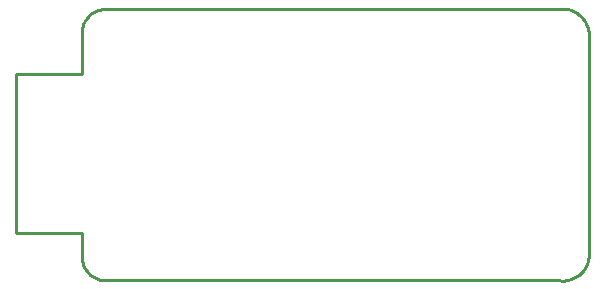
<source format=gko>
G04 EAGLE Gerber RS-274X export*
G75*
%MOMM*%
%FSLAX34Y34*%
%LPD*%
%INBoard Outline*%
%IPPOS*%
%AMOC8*
5,1,8,0,0,1.08239X$1,22.5*%
G01*
%ADD10C,0.000000*%
%ADD11C,0.254000*%


D10*
X76000Y0D02*
X460000Y0D01*
X485000Y20000D02*
X485000Y210000D01*
X460000Y230000D02*
X76000Y230000D01*
X75517Y229994D01*
X75034Y229977D01*
X74551Y229947D01*
X74070Y229907D01*
X73589Y229854D01*
X73110Y229790D01*
X72633Y229715D01*
X72157Y229627D01*
X71684Y229529D01*
X71214Y229419D01*
X70746Y229298D01*
X70281Y229165D01*
X69820Y229021D01*
X69362Y228866D01*
X68908Y228700D01*
X68458Y228523D01*
X68013Y228336D01*
X67572Y228137D01*
X67136Y227929D01*
X66706Y227709D01*
X66280Y227479D01*
X65861Y227239D01*
X65447Y226989D01*
X65040Y226729D01*
X64639Y226460D01*
X64244Y226180D01*
X63857Y225892D01*
X63476Y225593D01*
X63103Y225286D01*
X62738Y224970D01*
X62380Y224645D01*
X62030Y224312D01*
X61688Y223970D01*
X61355Y223620D01*
X61030Y223262D01*
X60714Y222897D01*
X60407Y222524D01*
X60108Y222143D01*
X59820Y221756D01*
X59540Y221361D01*
X59271Y220960D01*
X59011Y220553D01*
X58761Y220139D01*
X58521Y219720D01*
X58291Y219294D01*
X58071Y218864D01*
X57863Y218428D01*
X57664Y217987D01*
X57477Y217542D01*
X57300Y217092D01*
X57134Y216638D01*
X56979Y216180D01*
X56835Y215719D01*
X56702Y215254D01*
X56581Y214786D01*
X56471Y214316D01*
X56373Y213843D01*
X56285Y213367D01*
X56210Y212890D01*
X56146Y212411D01*
X56093Y211930D01*
X56053Y211449D01*
X56023Y210966D01*
X56006Y210483D01*
X56000Y210000D01*
X0Y175000D02*
X0Y40000D01*
X0Y175000D02*
X56000Y175000D01*
X56000Y210000D01*
X56000Y40000D02*
X0Y40000D01*
X56000Y40000D02*
X56000Y20000D01*
X56006Y19517D01*
X56023Y19034D01*
X56053Y18551D01*
X56093Y18070D01*
X56146Y17589D01*
X56210Y17110D01*
X56285Y16633D01*
X56373Y16157D01*
X56471Y15684D01*
X56581Y15214D01*
X56702Y14746D01*
X56835Y14281D01*
X56979Y13820D01*
X57134Y13362D01*
X57300Y12908D01*
X57477Y12458D01*
X57664Y12013D01*
X57863Y11572D01*
X58071Y11136D01*
X58291Y10706D01*
X58521Y10280D01*
X58761Y9861D01*
X59011Y9447D01*
X59271Y9040D01*
X59540Y8639D01*
X59820Y8244D01*
X60108Y7857D01*
X60407Y7476D01*
X60714Y7103D01*
X61030Y6738D01*
X61355Y6380D01*
X61688Y6030D01*
X62030Y5688D01*
X62380Y5355D01*
X62738Y5030D01*
X63103Y4714D01*
X63476Y4407D01*
X63857Y4108D01*
X64244Y3820D01*
X64639Y3540D01*
X65040Y3271D01*
X65447Y3011D01*
X65861Y2761D01*
X66280Y2521D01*
X66706Y2291D01*
X67136Y2071D01*
X67572Y1863D01*
X68013Y1664D01*
X68458Y1477D01*
X68908Y1300D01*
X69362Y1134D01*
X69820Y979D01*
X70281Y835D01*
X70746Y702D01*
X71214Y581D01*
X71684Y471D01*
X72157Y373D01*
X72633Y285D01*
X73110Y210D01*
X73589Y146D01*
X74070Y93D01*
X74551Y53D01*
X75034Y23D01*
X75517Y6D01*
X76000Y0D01*
X460000Y0D02*
X460544Y-53D01*
X461090Y-94D01*
X461636Y-122D01*
X462183Y-136D01*
X462730Y-137D01*
X463277Y-125D01*
X463824Y-99D01*
X464369Y-61D01*
X464914Y-9D01*
X465457Y56D01*
X465999Y134D01*
X466538Y225D01*
X467075Y329D01*
X467610Y446D01*
X468141Y576D01*
X468669Y719D01*
X469194Y874D01*
X469714Y1042D01*
X470231Y1223D01*
X470742Y1416D01*
X471250Y1621D01*
X471751Y1839D01*
X472248Y2068D01*
X472739Y2310D01*
X473224Y2563D01*
X473702Y2828D01*
X474174Y3104D01*
X474640Y3392D01*
X475098Y3691D01*
X475549Y4001D01*
X475992Y4322D01*
X476427Y4653D01*
X476854Y4995D01*
X477273Y5347D01*
X477683Y5709D01*
X478085Y6081D01*
X478477Y6462D01*
X478860Y6853D01*
X479233Y7253D01*
X479597Y7661D01*
X479950Y8079D01*
X480294Y8505D01*
X480627Y8939D01*
X480949Y9381D01*
X481261Y9830D01*
X481561Y10287D01*
X481851Y10752D01*
X482129Y11223D01*
X482396Y11700D01*
X482651Y12184D01*
X482894Y12674D01*
X483126Y13170D01*
X483345Y13671D01*
X483553Y14177D01*
X483747Y14688D01*
X483930Y15204D01*
X484100Y15724D01*
X484257Y16248D01*
X484402Y16775D01*
X484534Y17306D01*
X484653Y17840D01*
X484759Y18377D01*
X484852Y18916D01*
X484933Y19457D01*
X485000Y20000D01*
X485000Y210000D02*
X484933Y210543D01*
X484852Y211084D01*
X484759Y211623D01*
X484653Y212160D01*
X484534Y212694D01*
X484402Y213225D01*
X484257Y213752D01*
X484100Y214276D01*
X483930Y214796D01*
X483747Y215312D01*
X483553Y215823D01*
X483345Y216329D01*
X483126Y216830D01*
X482894Y217326D01*
X482651Y217816D01*
X482396Y218300D01*
X482129Y218777D01*
X481851Y219248D01*
X481561Y219713D01*
X481261Y220170D01*
X480949Y220619D01*
X480627Y221061D01*
X480294Y221495D01*
X479950Y221921D01*
X479597Y222339D01*
X479233Y222747D01*
X478860Y223147D01*
X478477Y223538D01*
X478085Y223919D01*
X477683Y224291D01*
X477273Y224653D01*
X476854Y225005D01*
X476427Y225347D01*
X475992Y225678D01*
X475549Y225999D01*
X475098Y226309D01*
X474640Y226608D01*
X474174Y226896D01*
X473702Y227172D01*
X473224Y227437D01*
X472739Y227690D01*
X472248Y227932D01*
X471751Y228161D01*
X471250Y228379D01*
X470742Y228584D01*
X470231Y228777D01*
X469714Y228958D01*
X469194Y229126D01*
X468669Y229281D01*
X468141Y229424D01*
X467610Y229554D01*
X467075Y229671D01*
X466538Y229775D01*
X465999Y229866D01*
X465457Y229944D01*
X464914Y230009D01*
X464369Y230061D01*
X463824Y230099D01*
X463277Y230125D01*
X462730Y230137D01*
X462183Y230136D01*
X461636Y230122D01*
X461090Y230094D01*
X460544Y230053D01*
X460000Y230000D01*
D11*
X0Y40000D02*
X56000Y40000D01*
X56000Y20000D01*
X56076Y18257D01*
X56304Y16527D01*
X56681Y14824D01*
X57206Y13160D01*
X57874Y11548D01*
X58680Y10000D01*
X59617Y8528D01*
X60679Y7144D01*
X61858Y5858D01*
X63144Y4679D01*
X64528Y3617D01*
X66000Y2680D01*
X67548Y1874D01*
X69160Y1206D01*
X70824Y681D01*
X72527Y304D01*
X74257Y76D01*
X76000Y0D01*
X460000Y0D01*
X461971Y-132D01*
X463945Y-92D01*
X465909Y120D01*
X467846Y502D01*
X469743Y1052D01*
X471585Y1764D01*
X473358Y2635D01*
X475048Y3657D01*
X476642Y4822D01*
X478129Y6122D01*
X479497Y7547D01*
X480736Y9085D01*
X481835Y10725D01*
X482788Y12455D01*
X483586Y14262D01*
X484224Y16131D01*
X484697Y18049D01*
X485000Y20000D01*
X485000Y210000D01*
X484697Y211952D01*
X484224Y213869D01*
X483586Y215738D01*
X482788Y217545D01*
X481835Y219275D01*
X480736Y220915D01*
X479497Y222453D01*
X478129Y223878D01*
X476642Y225178D01*
X475048Y226343D01*
X473358Y227365D01*
X471585Y228236D01*
X469743Y228948D01*
X467846Y229498D01*
X465909Y229880D01*
X463945Y230092D01*
X461971Y230132D01*
X460000Y230000D01*
X76000Y230000D01*
X74257Y229924D01*
X72527Y229696D01*
X70824Y229319D01*
X69160Y228794D01*
X67548Y228126D01*
X66000Y227321D01*
X64528Y226383D01*
X63144Y225321D01*
X61858Y224142D01*
X60679Y222856D01*
X59617Y221472D01*
X58680Y220000D01*
X57874Y218452D01*
X57206Y216840D01*
X56681Y215176D01*
X56304Y213473D01*
X56076Y211743D01*
X56000Y210000D01*
X56000Y175000D01*
X0Y175000D01*
X0Y40000D01*
M02*

</source>
